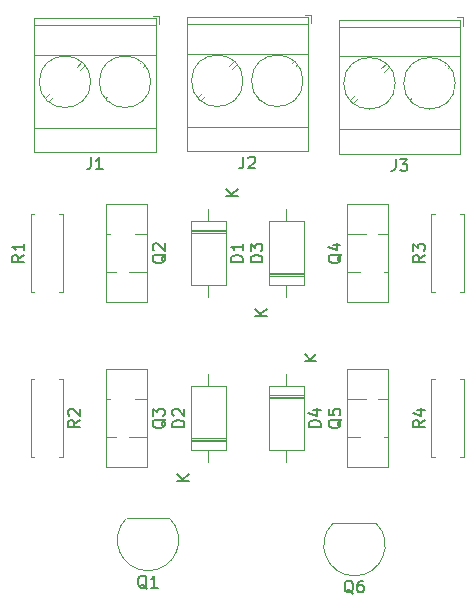
<source format=gbr>
%TF.GenerationSoftware,KiCad,Pcbnew,(5.1.6)-1*%
%TF.CreationDate,2020-11-23T20:23:35+01:00*%
%TF.ProjectId,h-bridge-2,682d6272-6964-4676-952d-322e6b696361,rev?*%
%TF.SameCoordinates,PX670dd60PY59b16d0*%
%TF.FileFunction,Legend,Top*%
%TF.FilePolarity,Positive*%
%FSLAX46Y46*%
G04 Gerber Fmt 4.6, Leading zero omitted, Abs format (unit mm)*
G04 Created by KiCad (PCBNEW (5.1.6)-1) date 2020-11-23 20:23:35*
%MOMM*%
%LPD*%
G01*
G04 APERTURE LIST*
%ADD10C,0.120000*%
%ADD11C,0.150000*%
G04 APERTURE END LIST*
D10*
%TO.C,Q3*%
X13700000Y18820000D02*
X13700000Y10580000D01*
X10210000Y18820000D02*
X10210000Y10580000D01*
X13700000Y18820000D02*
X10210000Y18820000D01*
X13700000Y10580000D02*
X10210000Y10580000D01*
X13700000Y16300000D02*
X12630000Y16300000D01*
X10530000Y16300000D02*
X10210000Y16300000D01*
X13700000Y13099000D02*
X12120000Y13099000D01*
X11040000Y13099000D02*
X10210000Y13099000D01*
%TO.C,R4*%
X40490000Y17970000D02*
X40160000Y17970000D01*
X40490000Y11430000D02*
X40490000Y17970000D01*
X40160000Y11430000D02*
X40490000Y11430000D01*
X37750000Y17970000D02*
X38080000Y17970000D01*
X37750000Y11430000D02*
X37750000Y17970000D01*
X38080000Y11430000D02*
X37750000Y11430000D01*
%TO.C,Q5*%
X33250000Y16301000D02*
X34080000Y16301000D01*
X30590000Y16301000D02*
X32170000Y16301000D01*
X33760000Y13100000D02*
X34080000Y13100000D01*
X30590000Y13100000D02*
X31660000Y13100000D01*
X30590000Y18820000D02*
X34080000Y18820000D01*
X30590000Y10580000D02*
X34080000Y10580000D01*
X34080000Y10580000D02*
X34080000Y18820000D01*
X30590000Y10580000D02*
X30590000Y18820000D01*
%TO.C,D1*%
X20310000Y30620000D02*
X17370000Y30620000D01*
X20310000Y30380000D02*
X17370000Y30380000D01*
X20310000Y30500000D02*
X17370000Y30500000D01*
X18840000Y24940000D02*
X18840000Y25960000D01*
X18840000Y32420000D02*
X18840000Y31400000D01*
X20310000Y25960000D02*
X20310000Y31400000D01*
X17370000Y25960000D02*
X20310000Y25960000D01*
X17370000Y31400000D02*
X17370000Y25960000D01*
X20310000Y31400000D02*
X17370000Y31400000D01*
%TO.C,D2*%
X17370000Y12760000D02*
X20310000Y12760000D01*
X17370000Y13000000D02*
X20310000Y13000000D01*
X17370000Y12880000D02*
X20310000Y12880000D01*
X18840000Y18440000D02*
X18840000Y17420000D01*
X18840000Y10960000D02*
X18840000Y11980000D01*
X17370000Y17420000D02*
X17370000Y11980000D01*
X20310000Y17420000D02*
X17370000Y17420000D01*
X20310000Y11980000D02*
X20310000Y17420000D01*
X17370000Y11980000D02*
X20310000Y11980000D01*
%TO.C,D3*%
X23980000Y25960000D02*
X26920000Y25960000D01*
X26920000Y25960000D02*
X26920000Y31400000D01*
X26920000Y31400000D02*
X23980000Y31400000D01*
X23980000Y31400000D02*
X23980000Y25960000D01*
X25450000Y24940000D02*
X25450000Y25960000D01*
X25450000Y32420000D02*
X25450000Y31400000D01*
X23980000Y26860000D02*
X26920000Y26860000D01*
X23980000Y26980000D02*
X26920000Y26980000D01*
X23980000Y26740000D02*
X26920000Y26740000D01*
%TO.C,D4*%
X26920000Y17420000D02*
X23980000Y17420000D01*
X23980000Y17420000D02*
X23980000Y11980000D01*
X23980000Y11980000D02*
X26920000Y11980000D01*
X26920000Y11980000D02*
X26920000Y17420000D01*
X25450000Y18440000D02*
X25450000Y17420000D01*
X25450000Y10960000D02*
X25450000Y11980000D01*
X26920000Y16520000D02*
X23980000Y16520000D01*
X26920000Y16400000D02*
X23980000Y16400000D01*
X26920000Y16640000D02*
X23980000Y16640000D01*
%TO.C,Q1*%
X15550000Y6220000D02*
X11950000Y6220000D01*
X15588478Y6208478D02*
G75*
G02*
X13750000Y1770000I-1838478J-1838478D01*
G01*
X11911522Y6208478D02*
G75*
G03*
X13750000Y1770000I1838478J-1838478D01*
G01*
%TO.C,Q2*%
X13700000Y32800000D02*
X13700000Y24560000D01*
X10210000Y32800000D02*
X10210000Y24560000D01*
X13700000Y32800000D02*
X10210000Y32800000D01*
X13700000Y24560000D02*
X10210000Y24560000D01*
X13700000Y30280000D02*
X12630000Y30280000D01*
X10530000Y30280000D02*
X10210000Y30280000D01*
X13700000Y27079000D02*
X12120000Y27079000D01*
X11040000Y27079000D02*
X10210000Y27079000D01*
%TO.C,Q4*%
X33250000Y30281000D02*
X34080000Y30281000D01*
X30590000Y30281000D02*
X32170000Y30281000D01*
X33760000Y27080000D02*
X34080000Y27080000D01*
X30590000Y27080000D02*
X31660000Y27080000D01*
X30590000Y32800000D02*
X34080000Y32800000D01*
X30590000Y24560000D02*
X34080000Y24560000D01*
X34080000Y24560000D02*
X34080000Y32800000D01*
X30590000Y24560000D02*
X30590000Y32800000D01*
%TO.C,Q6*%
X33030000Y5800000D02*
X29430000Y5800000D01*
X29391522Y5788478D02*
G75*
G03*
X31230000Y1350000I1838478J-1838478D01*
G01*
X33068478Y5788478D02*
G75*
G02*
X31230000Y1350000I-1838478J-1838478D01*
G01*
%TO.C,R1*%
X6540000Y31950000D02*
X6210000Y31950000D01*
X6540000Y25410000D02*
X6540000Y31950000D01*
X6210000Y25410000D02*
X6540000Y25410000D01*
X3800000Y31950000D02*
X4130000Y31950000D01*
X3800000Y25410000D02*
X3800000Y31950000D01*
X4130000Y25410000D02*
X3800000Y25410000D01*
%TO.C,R2*%
X6210000Y17970000D02*
X6540000Y17970000D01*
X6540000Y17970000D02*
X6540000Y11430000D01*
X6540000Y11430000D02*
X6210000Y11430000D01*
X4130000Y17970000D02*
X3800000Y17970000D01*
X3800000Y17970000D02*
X3800000Y11430000D01*
X3800000Y11430000D02*
X4130000Y11430000D01*
%TO.C,R3*%
X38080000Y25410000D02*
X37750000Y25410000D01*
X37750000Y25410000D02*
X37750000Y31950000D01*
X37750000Y31950000D02*
X38080000Y31950000D01*
X40160000Y25410000D02*
X40490000Y25410000D01*
X40490000Y25410000D02*
X40490000Y31950000D01*
X40490000Y31950000D02*
X40160000Y31950000D01*
%TO.C,J1*%
X14640000Y48780000D02*
X14140000Y48780000D01*
X14640000Y48040000D02*
X14640000Y48780000D01*
X7978000Y44172000D02*
X8373000Y44568000D01*
X5332000Y41526000D02*
X5712000Y41906000D01*
X7727000Y44454000D02*
X8107000Y44834000D01*
X5066000Y41792000D02*
X5461000Y42188000D01*
X13348000Y44461000D02*
X13454000Y44568000D01*
X10412000Y41526000D02*
X10519000Y41633000D01*
X13082000Y44727000D02*
X13188000Y44834000D01*
X10146000Y41792000D02*
X10253000Y41899000D01*
X4120000Y37220000D02*
X4120000Y48540000D01*
X14400000Y37220000D02*
X14400000Y48540000D01*
X14400000Y48540000D02*
X4120000Y48540000D01*
X14400000Y37220000D02*
X4120000Y37220000D01*
X14400000Y39280000D02*
X4120000Y39280000D01*
X14400000Y45480000D02*
X4120000Y45480000D01*
X14400000Y47980000D02*
X4120000Y47980000D01*
X8900000Y43180000D02*
G75*
G03*
X8900000Y43180000I-2180000J0D01*
G01*
X13980000Y43180000D02*
G75*
G03*
X13980000Y43180000I-2180000J0D01*
G01*
%TO.C,J2*%
X27530000Y48860000D02*
X27030000Y48860000D01*
X27530000Y48120000D02*
X27530000Y48860000D01*
X20868000Y44252000D02*
X21263000Y44648000D01*
X18222000Y41606000D02*
X18602000Y41986000D01*
X20617000Y44534000D02*
X20997000Y44914000D01*
X17956000Y41872000D02*
X18351000Y42268000D01*
X26238000Y44541000D02*
X26344000Y44648000D01*
X23302000Y41606000D02*
X23409000Y41713000D01*
X25972000Y44807000D02*
X26078000Y44914000D01*
X23036000Y41872000D02*
X23143000Y41979000D01*
X17010000Y37300000D02*
X17010000Y48620000D01*
X27290000Y37300000D02*
X27290000Y48620000D01*
X27290000Y48620000D02*
X17010000Y48620000D01*
X27290000Y37300000D02*
X17010000Y37300000D01*
X27290000Y39360000D02*
X17010000Y39360000D01*
X27290000Y45560000D02*
X17010000Y45560000D01*
X27290000Y48060000D02*
X17010000Y48060000D01*
X21790000Y43260000D02*
G75*
G03*
X21790000Y43260000I-2180000J0D01*
G01*
X26870000Y43260000D02*
G75*
G03*
X26870000Y43260000I-2180000J0D01*
G01*
%TO.C,J3*%
X39760000Y43050000D02*
G75*
G03*
X39760000Y43050000I-2180000J0D01*
G01*
X34680000Y43050000D02*
G75*
G03*
X34680000Y43050000I-2180000J0D01*
G01*
X40180000Y47850000D02*
X29900000Y47850000D01*
X40180000Y45350000D02*
X29900000Y45350000D01*
X40180000Y39150000D02*
X29900000Y39150000D01*
X40180000Y37090000D02*
X29900000Y37090000D01*
X40180000Y48410000D02*
X29900000Y48410000D01*
X40180000Y37090000D02*
X40180000Y48410000D01*
X29900000Y37090000D02*
X29900000Y48410000D01*
X35926000Y41662000D02*
X36033000Y41769000D01*
X38862000Y44597000D02*
X38968000Y44704000D01*
X36192000Y41396000D02*
X36299000Y41503000D01*
X39128000Y44331000D02*
X39234000Y44438000D01*
X30846000Y41662000D02*
X31241000Y42058000D01*
X33507000Y44324000D02*
X33887000Y44704000D01*
X31112000Y41396000D02*
X31492000Y41776000D01*
X33758000Y44042000D02*
X34153000Y44438000D01*
X40420000Y47910000D02*
X40420000Y48650000D01*
X40420000Y48650000D02*
X39920000Y48650000D01*
%TO.C,Q3*%
D11*
X15247619Y14604762D02*
X15200000Y14509524D01*
X15104761Y14414286D01*
X14961904Y14271429D01*
X14914285Y14176191D01*
X14914285Y14080953D01*
X15152380Y14128572D02*
X15104761Y14033334D01*
X15009523Y13938096D01*
X14819047Y13890477D01*
X14485714Y13890477D01*
X14295238Y13938096D01*
X14200000Y14033334D01*
X14152380Y14128572D01*
X14152380Y14319048D01*
X14200000Y14414286D01*
X14295238Y14509524D01*
X14485714Y14557143D01*
X14819047Y14557143D01*
X15009523Y14509524D01*
X15104761Y14414286D01*
X15152380Y14319048D01*
X15152380Y14128572D01*
X14152380Y14890477D02*
X14152380Y15509524D01*
X14533333Y15176191D01*
X14533333Y15319048D01*
X14580952Y15414286D01*
X14628571Y15461905D01*
X14723809Y15509524D01*
X14961904Y15509524D01*
X15057142Y15461905D01*
X15104761Y15414286D01*
X15152380Y15319048D01*
X15152380Y15033334D01*
X15104761Y14938096D01*
X15057142Y14890477D01*
%TO.C,R4*%
X37202380Y14533334D02*
X36726190Y14200000D01*
X37202380Y13961905D02*
X36202380Y13961905D01*
X36202380Y14342858D01*
X36250000Y14438096D01*
X36297619Y14485715D01*
X36392857Y14533334D01*
X36535714Y14533334D01*
X36630952Y14485715D01*
X36678571Y14438096D01*
X36726190Y14342858D01*
X36726190Y13961905D01*
X36535714Y15390477D02*
X37202380Y15390477D01*
X36154761Y15152381D02*
X36869047Y14914286D01*
X36869047Y15533334D01*
%TO.C,Q5*%
X30137619Y14604762D02*
X30090000Y14509524D01*
X29994761Y14414286D01*
X29851904Y14271429D01*
X29804285Y14176191D01*
X29804285Y14080953D01*
X30042380Y14128572D02*
X29994761Y14033334D01*
X29899523Y13938096D01*
X29709047Y13890477D01*
X29375714Y13890477D01*
X29185238Y13938096D01*
X29090000Y14033334D01*
X29042380Y14128572D01*
X29042380Y14319048D01*
X29090000Y14414286D01*
X29185238Y14509524D01*
X29375714Y14557143D01*
X29709047Y14557143D01*
X29899523Y14509524D01*
X29994761Y14414286D01*
X30042380Y14319048D01*
X30042380Y14128572D01*
X29042380Y15461905D02*
X29042380Y14985715D01*
X29518571Y14938096D01*
X29470952Y14985715D01*
X29423333Y15080953D01*
X29423333Y15319048D01*
X29470952Y15414286D01*
X29518571Y15461905D01*
X29613809Y15509524D01*
X29851904Y15509524D01*
X29947142Y15461905D01*
X29994761Y15414286D01*
X30042380Y15319048D01*
X30042380Y15080953D01*
X29994761Y14985715D01*
X29947142Y14938096D01*
%TO.C,D1*%
X21762380Y27941905D02*
X20762380Y27941905D01*
X20762380Y28180000D01*
X20810000Y28322858D01*
X20905238Y28418096D01*
X21000476Y28465715D01*
X21190952Y28513334D01*
X21333809Y28513334D01*
X21524285Y28465715D01*
X21619523Y28418096D01*
X21714761Y28322858D01*
X21762380Y28180000D01*
X21762380Y27941905D01*
X21762380Y29465715D02*
X21762380Y28894286D01*
X21762380Y29180000D02*
X20762380Y29180000D01*
X20905238Y29084762D01*
X21000476Y28989524D01*
X21048095Y28894286D01*
X21392380Y33498096D02*
X20392380Y33498096D01*
X21392380Y34069524D02*
X20820952Y33640953D01*
X20392380Y34069524D02*
X20963809Y33498096D01*
%TO.C,D2*%
X16822380Y13961905D02*
X15822380Y13961905D01*
X15822380Y14200000D01*
X15870000Y14342858D01*
X15965238Y14438096D01*
X16060476Y14485715D01*
X16250952Y14533334D01*
X16393809Y14533334D01*
X16584285Y14485715D01*
X16679523Y14438096D01*
X16774761Y14342858D01*
X16822380Y14200000D01*
X16822380Y13961905D01*
X15917619Y14914286D02*
X15870000Y14961905D01*
X15822380Y15057143D01*
X15822380Y15295239D01*
X15870000Y15390477D01*
X15917619Y15438096D01*
X16012857Y15485715D01*
X16108095Y15485715D01*
X16250952Y15438096D01*
X16822380Y14866667D01*
X16822380Y15485715D01*
X17192380Y9358096D02*
X16192380Y9358096D01*
X17192380Y9929524D02*
X16620952Y9500953D01*
X16192380Y9929524D02*
X16763809Y9358096D01*
%TO.C,D3*%
X23432380Y27941905D02*
X22432380Y27941905D01*
X22432380Y28180000D01*
X22480000Y28322858D01*
X22575238Y28418096D01*
X22670476Y28465715D01*
X22860952Y28513334D01*
X23003809Y28513334D01*
X23194285Y28465715D01*
X23289523Y28418096D01*
X23384761Y28322858D01*
X23432380Y28180000D01*
X23432380Y27941905D01*
X22432380Y28846667D02*
X22432380Y29465715D01*
X22813333Y29132381D01*
X22813333Y29275239D01*
X22860952Y29370477D01*
X22908571Y29418096D01*
X23003809Y29465715D01*
X23241904Y29465715D01*
X23337142Y29418096D01*
X23384761Y29370477D01*
X23432380Y29275239D01*
X23432380Y28989524D01*
X23384761Y28894286D01*
X23337142Y28846667D01*
X23802380Y23338096D02*
X22802380Y23338096D01*
X23802380Y23909524D02*
X23230952Y23480953D01*
X22802380Y23909524D02*
X23373809Y23338096D01*
%TO.C,D4*%
X28372380Y13961905D02*
X27372380Y13961905D01*
X27372380Y14200000D01*
X27420000Y14342858D01*
X27515238Y14438096D01*
X27610476Y14485715D01*
X27800952Y14533334D01*
X27943809Y14533334D01*
X28134285Y14485715D01*
X28229523Y14438096D01*
X28324761Y14342858D01*
X28372380Y14200000D01*
X28372380Y13961905D01*
X27705714Y15390477D02*
X28372380Y15390477D01*
X27324761Y15152381D02*
X28039047Y14914286D01*
X28039047Y15533334D01*
X28002380Y19518096D02*
X27002380Y19518096D01*
X28002380Y20089524D02*
X27430952Y19660953D01*
X27002380Y20089524D02*
X27573809Y19518096D01*
%TO.C,Q1*%
X13654761Y262381D02*
X13559523Y310000D01*
X13464285Y405239D01*
X13321428Y548096D01*
X13226190Y595715D01*
X13130952Y595715D01*
X13178571Y357620D02*
X13083333Y405239D01*
X12988095Y500477D01*
X12940476Y690953D01*
X12940476Y1024286D01*
X12988095Y1214762D01*
X13083333Y1310000D01*
X13178571Y1357620D01*
X13369047Y1357620D01*
X13464285Y1310000D01*
X13559523Y1214762D01*
X13607142Y1024286D01*
X13607142Y690953D01*
X13559523Y500477D01*
X13464285Y405239D01*
X13369047Y357620D01*
X13178571Y357620D01*
X14559523Y357620D02*
X13988095Y357620D01*
X14273809Y357620D02*
X14273809Y1357620D01*
X14178571Y1214762D01*
X14083333Y1119524D01*
X13988095Y1071905D01*
%TO.C,Q2*%
X15247619Y28584762D02*
X15200000Y28489524D01*
X15104761Y28394286D01*
X14961904Y28251429D01*
X14914285Y28156191D01*
X14914285Y28060953D01*
X15152380Y28108572D02*
X15104761Y28013334D01*
X15009523Y27918096D01*
X14819047Y27870477D01*
X14485714Y27870477D01*
X14295238Y27918096D01*
X14200000Y28013334D01*
X14152380Y28108572D01*
X14152380Y28299048D01*
X14200000Y28394286D01*
X14295238Y28489524D01*
X14485714Y28537143D01*
X14819047Y28537143D01*
X15009523Y28489524D01*
X15104761Y28394286D01*
X15152380Y28299048D01*
X15152380Y28108572D01*
X14247619Y28918096D02*
X14200000Y28965715D01*
X14152380Y29060953D01*
X14152380Y29299048D01*
X14200000Y29394286D01*
X14247619Y29441905D01*
X14342857Y29489524D01*
X14438095Y29489524D01*
X14580952Y29441905D01*
X15152380Y28870477D01*
X15152380Y29489524D01*
%TO.C,Q4*%
X30137619Y28584762D02*
X30090000Y28489524D01*
X29994761Y28394286D01*
X29851904Y28251429D01*
X29804285Y28156191D01*
X29804285Y28060953D01*
X30042380Y28108572D02*
X29994761Y28013334D01*
X29899523Y27918096D01*
X29709047Y27870477D01*
X29375714Y27870477D01*
X29185238Y27918096D01*
X29090000Y28013334D01*
X29042380Y28108572D01*
X29042380Y28299048D01*
X29090000Y28394286D01*
X29185238Y28489524D01*
X29375714Y28537143D01*
X29709047Y28537143D01*
X29899523Y28489524D01*
X29994761Y28394286D01*
X30042380Y28299048D01*
X30042380Y28108572D01*
X29375714Y29394286D02*
X30042380Y29394286D01*
X28994761Y29156191D02*
X29709047Y28918096D01*
X29709047Y29537143D01*
%TO.C,Q6*%
X31134761Y-157619D02*
X31039523Y-110000D01*
X30944285Y-14761D01*
X30801428Y128096D01*
X30706190Y175715D01*
X30610952Y175715D01*
X30658571Y-62380D02*
X30563333Y-14761D01*
X30468095Y80477D01*
X30420476Y270953D01*
X30420476Y604286D01*
X30468095Y794762D01*
X30563333Y890000D01*
X30658571Y937620D01*
X30849047Y937620D01*
X30944285Y890000D01*
X31039523Y794762D01*
X31087142Y604286D01*
X31087142Y270953D01*
X31039523Y80477D01*
X30944285Y-14761D01*
X30849047Y-62380D01*
X30658571Y-62380D01*
X31944285Y937620D02*
X31753809Y937620D01*
X31658571Y890000D01*
X31610952Y842381D01*
X31515714Y699524D01*
X31468095Y509048D01*
X31468095Y128096D01*
X31515714Y32858D01*
X31563333Y-14761D01*
X31658571Y-62380D01*
X31849047Y-62380D01*
X31944285Y-14761D01*
X31991904Y32858D01*
X32039523Y128096D01*
X32039523Y366191D01*
X31991904Y461429D01*
X31944285Y509048D01*
X31849047Y556667D01*
X31658571Y556667D01*
X31563333Y509048D01*
X31515714Y461429D01*
X31468095Y366191D01*
%TO.C,R1*%
X3252380Y28513334D02*
X2776190Y28180000D01*
X3252380Y27941905D02*
X2252380Y27941905D01*
X2252380Y28322858D01*
X2300000Y28418096D01*
X2347619Y28465715D01*
X2442857Y28513334D01*
X2585714Y28513334D01*
X2680952Y28465715D01*
X2728571Y28418096D01*
X2776190Y28322858D01*
X2776190Y27941905D01*
X3252380Y29465715D02*
X3252380Y28894286D01*
X3252380Y29180000D02*
X2252380Y29180000D01*
X2395238Y29084762D01*
X2490476Y28989524D01*
X2538095Y28894286D01*
%TO.C,R2*%
X7992380Y14533334D02*
X7516190Y14200000D01*
X7992380Y13961905D02*
X6992380Y13961905D01*
X6992380Y14342858D01*
X7040000Y14438096D01*
X7087619Y14485715D01*
X7182857Y14533334D01*
X7325714Y14533334D01*
X7420952Y14485715D01*
X7468571Y14438096D01*
X7516190Y14342858D01*
X7516190Y13961905D01*
X7087619Y14914286D02*
X7040000Y14961905D01*
X6992380Y15057143D01*
X6992380Y15295239D01*
X7040000Y15390477D01*
X7087619Y15438096D01*
X7182857Y15485715D01*
X7278095Y15485715D01*
X7420952Y15438096D01*
X7992380Y14866667D01*
X7992380Y15485715D01*
%TO.C,R3*%
X37202380Y28513334D02*
X36726190Y28180000D01*
X37202380Y27941905D02*
X36202380Y27941905D01*
X36202380Y28322858D01*
X36250000Y28418096D01*
X36297619Y28465715D01*
X36392857Y28513334D01*
X36535714Y28513334D01*
X36630952Y28465715D01*
X36678571Y28418096D01*
X36726190Y28322858D01*
X36726190Y27941905D01*
X36202380Y28846667D02*
X36202380Y29465715D01*
X36583333Y29132381D01*
X36583333Y29275239D01*
X36630952Y29370477D01*
X36678571Y29418096D01*
X36773809Y29465715D01*
X37011904Y29465715D01*
X37107142Y29418096D01*
X37154761Y29370477D01*
X37202380Y29275239D01*
X37202380Y28989524D01*
X37154761Y28894286D01*
X37107142Y28846667D01*
%TO.C,J1*%
X8926666Y36767620D02*
X8926666Y36053334D01*
X8879047Y35910477D01*
X8783809Y35815239D01*
X8640952Y35767620D01*
X8545714Y35767620D01*
X9926666Y35767620D02*
X9355238Y35767620D01*
X9640952Y35767620D02*
X9640952Y36767620D01*
X9545714Y36624762D01*
X9450476Y36529524D01*
X9355238Y36481905D01*
%TO.C,J2*%
X21816666Y36847620D02*
X21816666Y36133334D01*
X21769047Y35990477D01*
X21673809Y35895239D01*
X21530952Y35847620D01*
X21435714Y35847620D01*
X22245238Y36752381D02*
X22292857Y36800000D01*
X22388095Y36847620D01*
X22626190Y36847620D01*
X22721428Y36800000D01*
X22769047Y36752381D01*
X22816666Y36657143D01*
X22816666Y36561905D01*
X22769047Y36419048D01*
X22197619Y35847620D01*
X22816666Y35847620D01*
%TO.C,J3*%
X34706666Y36637620D02*
X34706666Y35923334D01*
X34659047Y35780477D01*
X34563809Y35685239D01*
X34420952Y35637620D01*
X34325714Y35637620D01*
X35087619Y36637620D02*
X35706666Y36637620D01*
X35373333Y36256667D01*
X35516190Y36256667D01*
X35611428Y36209048D01*
X35659047Y36161429D01*
X35706666Y36066191D01*
X35706666Y35828096D01*
X35659047Y35732858D01*
X35611428Y35685239D01*
X35516190Y35637620D01*
X35230476Y35637620D01*
X35135238Y35685239D01*
X35087619Y35732858D01*
%TD*%
M02*

</source>
